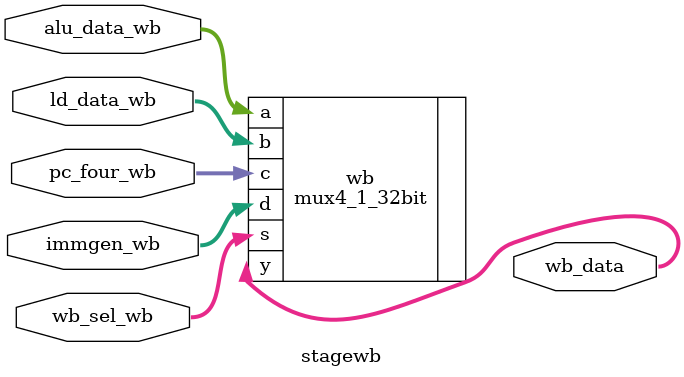
<source format=sv>
module stagewb (
		input logic [31:0] pc_four_wb, alu_data_wb, ld_data_wb, immgen_wb,
		input logic [1:0] wb_sel_wb,
		
		output logic [32:0] wb_data
);
	    // Write-back multiplexer
    mux4_1_32bit wb (
	    .a (alu_data_wb),
	    .b (ld_data_wb),
	    .c (pc_four_wb),
        .d (immgen_wb),
        .s (wb_sel_wb),
        .y (wb_data)
    );

endmodule

</source>
